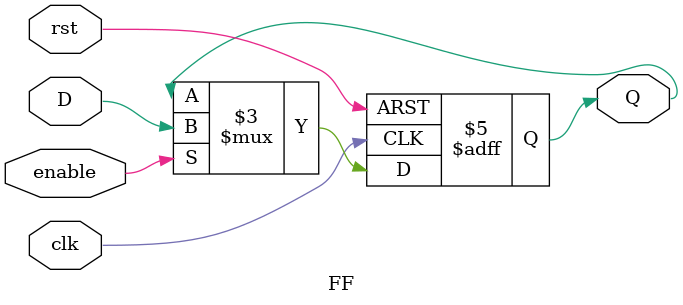
<source format=sv>
module FF #(parameter N=1)
(input logic clk,rst,enable,
input logic [N-1:0]D,
output logic [N-1:0] Q);

always_ff @(posedge clk,posedge rst)
if(rst) Q<='b0;
else 
begin
if(enable)
Q<=D;
else
Q<=Q;
end
endmodule 
</source>
